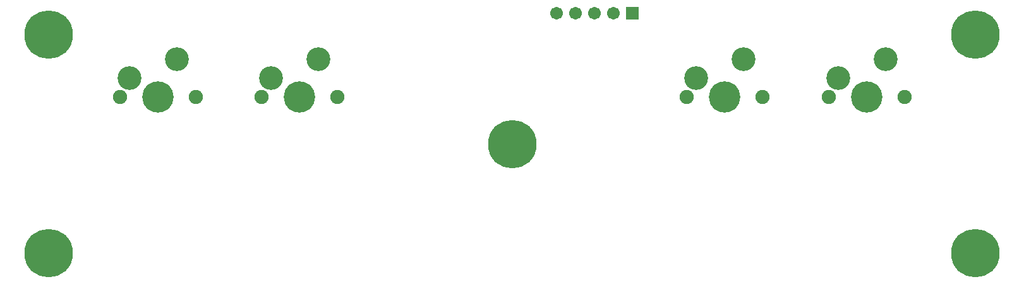
<source format=gbs>
G04*
G04 #@! TF.GenerationSoftware,Altium Limited,Altium Designer,22.3.1 (43)*
G04*
G04 Layer_Color=16711935*
%FSLAX25Y25*%
%MOIN*%
G70*
G04*
G04 #@! TF.SameCoordinates,EA674111-52F9-450F-9133-BA455BD730D8*
G04*
G04*
G04 #@! TF.FilePolarity,Negative*
G04*
G01*
G75*
%ADD11C,0.16548*%
%ADD12C,0.07493*%
%ADD13C,0.12611*%
%ADD14C,0.25603*%
%ADD15R,0.06706X0.06706*%
%ADD16C,0.06706*%
D11*
X213000Y185500D02*
D03*
X287803D02*
D03*
X512213D02*
D03*
X587016D02*
D03*
D12*
X193000D02*
D03*
X233000D02*
D03*
X267803D02*
D03*
X307803D02*
D03*
X492213D02*
D03*
X532213D02*
D03*
X567016D02*
D03*
X607016D02*
D03*
D13*
X198000Y195500D02*
D03*
X223000Y205500D02*
D03*
X272803Y195500D02*
D03*
X297803Y205500D02*
D03*
X497213Y195500D02*
D03*
X522213Y205500D02*
D03*
X572016Y195500D02*
D03*
X597016Y205500D02*
D03*
D14*
X644516Y103000D02*
D03*
Y218500D02*
D03*
X155500Y103000D02*
D03*
Y218500D02*
D03*
X400008Y160750D02*
D03*
D15*
X463500Y230000D02*
D03*
D16*
X453500D02*
D03*
X443500D02*
D03*
X433500D02*
D03*
X423500D02*
D03*
M02*

</source>
